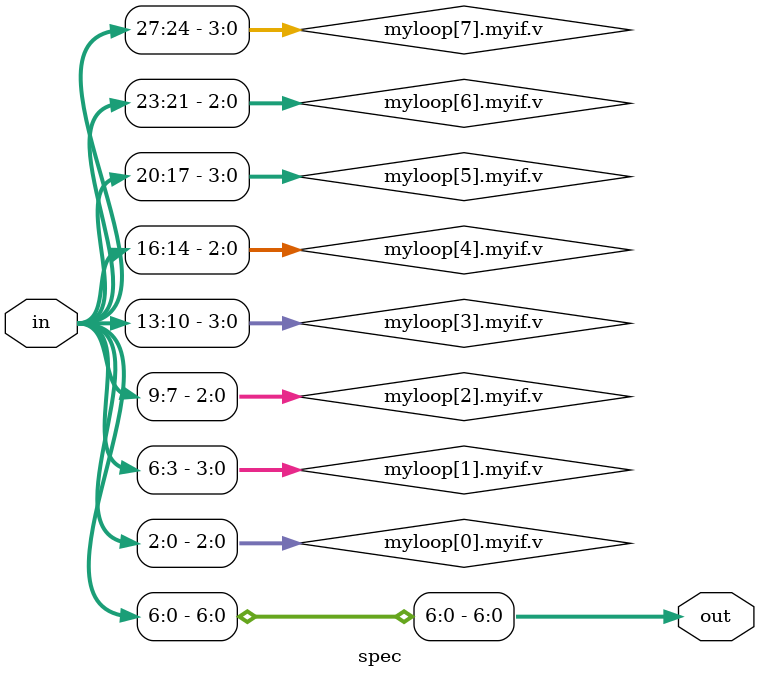
<source format=sv>

module spec (input logic [127:0] in,
	     output wire [127:0] out);

   genvar 			 i;

   for (i=0; i<8; i++) begin: myloop
      if (i[0]==0) begin: myif
	 logic [2:0] v;
	 assign v = in[(i>>1)*7+:3];
      end else begin: myif
	 logic [3:0] v;
	 assign v = in[(i>>1)*7+3+:4];
      end
   end

   assign out[0+:$bits(myloop[0].myif.v)] = myloop[0].myif.v;
   assign out[0+$bits(myloop[0].myif.v)+:$bits(myloop[1].myif.v)] = myloop[1].myif.v;

endmodule // spec

      

</source>
